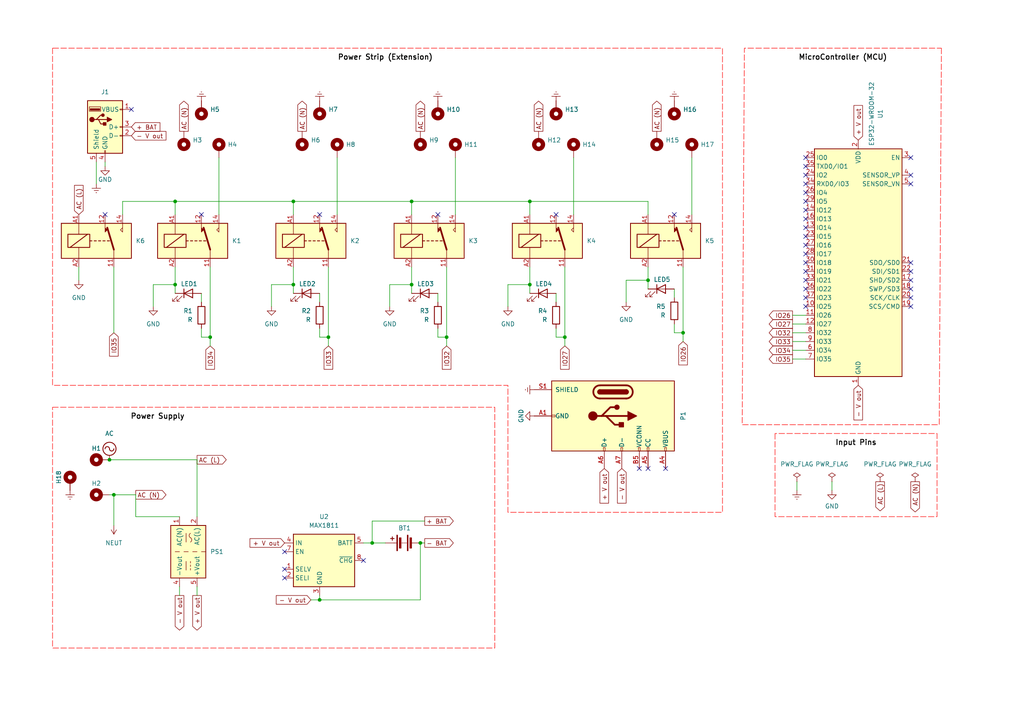
<source format=kicad_sch>
(kicad_sch (version 20250114) (generator "eeschema") (generator_version "9.0")
  (paper "A4")
  (title_block (title "Ephraim - Smart Extension") (date "2025-04-29") (rev "0.0.0"))
  (lib_symbols
    (symbol "Battery_Management:MAX1811"
      (property "Reference" "U" (at -7.62 8.89 0))
      (property "Value" "MAX1811" (at 10.16 8.89 0))
      (symbol "MAX1811_0_1"
        (rectangle (start -7.62 7.62) (end 10.16 -7.62) (stroke (width 0.254)) (fill (type background)))
      )
      (symbol "MAX1811_1_1"
        (pin power_in line (at -10.16 5.08 0) (length 2.54) (name "IN") (number "4"))
        (pin input line (at -10.16 2.54 0) (length 2.54) (name "EN") (number "7"))
        (pin input line (at -10.16 -2.54 0) (length 2.54) (name "SELV") (number "1"))
        (pin input line (at -10.16 -5.08 0) (length 2.54) (name "SELI") (number "2"))
        (pin power_in line (at 0 -10.16 90) (length 2.54) (name "GND") (number "3"))
        (pin passive line (at 0 -10.16 90) (length 2.54) (hide yes) (name "GND") (number "6"))
        (pin power_out line (at 12.7 5.08 180) (length 2.54) (name "BATT") (number "5"))
        (pin open_collector line (at 12.7 0 180) (length 2.54) (name "~{CHG}") (number "8"))
      )
    )
    (symbol "Connector:USB_A" (pin_names (offset 1.016))
      (property "Reference" "J" (at -5.08 11.43 0))
      (property "Value" "USB_A" (at -5.08 8.89 0))
      (symbol "USB_A_0_1"
        (rectangle (start -5.08 -7.62) (end 5.08 7.62) (stroke (width 0.254)) (fill (type background)))
        (circle (center -3.81 2.159) (radius 0.635) (stroke (width 0.254)) (fill (type outline)))
        (polyline (pts (xy -3.175 2.159) (xy -2.54 2.159) (xy -1.27 3.429) (xy -0.635 3.429)) (stroke (width 0.254)))
        (polyline (pts (xy -2.54 2.159) (xy -1.905 2.159) (xy -1.27 0.889) (xy 0 0.889)) (stroke (width 0.254)))
        (rectangle (start -1.524 4.826) (end -4.318 5.334) (fill (type outline)))
        (rectangle (start -1.27 4.572) (end -4.572 5.842))
        (circle (center -0.635 3.429) (radius 0.381) (stroke (width 0.254)) (fill (type outline)))
        (rectangle (start -0.127 -7.62) (end 0.127 -6.858))
        (rectangle (start 0.254 1.27) (end -0.508 0.508) (stroke (width 0.254)) (fill (type outline)))
        (polyline (pts (xy 0.635 2.794) (xy 0.635 1.524) (xy 1.905 2.159) (xy 0.635 2.794)) (stroke (width 0.254)) (fill (type outline)))
        (rectangle (start 5.08 4.953) (end 4.318 5.207))
        (rectangle (start 5.08 -0.127) (end 4.318 0.127))
        (rectangle (start 5.08 -2.667) (end 4.318 -2.413))
      )
      (symbol "USB_A_1_1"
        (polyline (pts (xy -1.905 2.159) (xy 0.635 2.159)) (stroke (width 0.254)))
        (pin passive line (at -2.54 -10.16 90) (length 2.54) (name "Shield") (number "5"))
        (pin power_in line (at 0 -10.16 90) (length 2.54) (name "GND") (number "4"))
        (pin power_in line (at 7.62 5.08 180) (length 2.54) (name "VBUS") (number "1"))
        (pin bidirectional line (at 7.62 0 180) (length 2.54) (name "D+") (number "3"))
        (pin bidirectional line (at 7.62 -2.54 180) (length 2.54) (name "D-") (number "2"))
      )
    )
    (symbol "Connector:USB_C_Plug_USB2.0" (pin_names (offset 1.016))
      (property "Reference" "P" (at -10.16 19.05 0))
      (property "Value" "USB_C_Plug_USB2.0" (at 12.7 19.05 0))
      (symbol "USB_C_Plug_USB2.0_0_0"
        (rectangle (start -0.254 -17.78) (end 0.254 -16.764))
        (rectangle (start 10.16 15.494) (end 9.144 14.986))
        (rectangle (start 10.16 10.414) (end 9.144 9.906))
        (rectangle (start 10.16 7.874) (end 9.144 7.366))
        (rectangle (start 10.16 2.794) (end 9.144 2.286))
        (rectangle (start 10.16 -2.286) (end 9.144 -2.794))
      )
      (symbol "USB_C_Plug_USB2.0_0_1"
        (rectangle (start -10.16 17.78) (end 10.16 -17.78) (stroke (width 0.254)) (fill (type background)))
        (polyline (pts (xy -8.89 -3.81) (xy -8.89 3.81)) (stroke (width 0.508)))
        (rectangle (start -7.62 -3.81) (end -6.35 3.81) (stroke (width 0.254)) (fill (type outline)))
        (arc (start -7.62 3.81) (mid -6.985 4.4423) (end -6.35 3.81) (stroke (width 0.254)))
        (arc (start -7.62 3.81) (mid -6.985 4.4423) (end -6.35 3.81) (stroke (width 0.254)) (fill (type outline)))
        (arc (start -8.89 3.81) (mid -6.985 5.7067) (end -5.08 3.81) (stroke (width 0.508)))
        (arc (start -5.08 -3.81) (mid -6.985 -5.7067) (end -8.89 -3.81) (stroke (width 0.508)))
        (arc (start -6.35 -3.81) (mid -6.985 -4.4423) (end -7.62 -3.81) (stroke (width 0.254)))
        (arc (start -6.35 -3.81) (mid -6.985 -4.4423) (end -7.62 -3.81) (stroke (width 0.254)) (fill (type outline)))
        (polyline (pts (xy -5.08 3.81) (xy -5.08 -3.81)) (stroke (width 0.508)))
        (circle (center -2.54 1.143) (radius 0.635) (stroke (width 0.254)) (fill (type outline)))
        (polyline (pts (xy -1.27 4.318) (xy 0 6.858) (xy 1.27 4.318) (xy -1.27 4.318)) (stroke (width 0.254)) (fill (type outline)))
        (polyline (pts (xy 0 -2.032) (xy 2.54 0.508) (xy 2.54 1.778)) (stroke (width 0.508)))
        (polyline (pts (xy 0 -3.302) (xy -2.54 -0.762) (xy -2.54 0.508)) (stroke (width 0.508)))
        (polyline (pts (xy 0 -5.842) (xy 0 4.318)) (stroke (width 0.508)))
        (circle (center 0 -5.842) (radius 1.27) (fill (type outline)))
        (rectangle (start 1.905 1.778) (end 3.175 3.048) (stroke (width 0.254)) (fill (type outline)))
      )
      (symbol "USB_C_Plug_USB2.0_1_1"
        (pin passive line (at -7.62 -22.86 90) (length 5.08) (name "SHIELD") (number "S1"))
        (pin passive line (at 0 -22.86 90) (length 5.08) (name "GND") (number "A1"))
        (pin passive line (at 0 -22.86 90) (length 5.08) (hide yes) (name "GND") (number "A12"))
        (pin passive line (at 0 -22.86 90) (length 5.08) (hide yes) (name "GND") (number "B1"))
        (pin passive line (at 0 -22.86 90) (length 5.08) (hide yes) (name "GND") (number "B12"))
        (pin passive line (at 15.24 15.24 180) (length 5.08) (name "VBUS") (number "A4"))
        (pin passive line (at 15.24 15.24 180) (length 5.08) (hide yes) (name "VBUS") (number "A9"))
        (pin passive line (at 15.24 15.24 180) (length 5.08) (hide yes) (name "VBUS") (number "B4"))
        (pin passive line (at 15.24 15.24 180) (length 5.08) (hide yes) (name "VBUS") (number "B9"))
        (pin bidirectional line (at 15.24 10.16 180) (length 5.08) (name "CC") (number "A5"))
        (pin bidirectional line (at 15.24 7.62 180) (length 5.08) (name "VCONN") (number "B5"))
        (pin bidirectional line (at 15.24 2.54 180) (length 5.08) (name "D-") (number "A7"))
        (pin bidirectional line (at 15.24 -2.54 180) (length 5.08) (name "D+") (number "A6"))
      )
    )
    (symbol "Converter_ACDC:RAC20-05SK"
      (property "Reference" "PS" (at 0 6.35 0))
      (property "Value" "RAC20-05SK" (at 0 -6.35 0))
      (symbol "RAC20-05SK_1_1"
        (rectangle (start -7.62 5.08) (end 7.62 -5.08) (stroke (width 0.254)) (fill (type background)))
        (polyline (pts (xy -5.334 -0.635) (xy -2.794 -0.635)))
        (arc (start -4.064 0.635) (mid -4.699 0.2495) (end -5.334 0.635))
        (arc (start -4.064 0.635) (mid -3.429 1.0072) (end -2.794 0.635))
        (polyline (pts (xy 0 5.08) (xy 0 3.81)))
        (polyline (pts (xy 0 2.54) (xy 0 1.27)))
        (polyline (pts (xy 0 0) (xy 0 -1.27)))
        (polyline (pts (xy 0 -2.54) (xy 0 -3.81)))
        (polyline (pts (xy 2.794 0.635) (xy 3.302 0.635)))
        (polyline (pts (xy 2.794 -0.635) (xy 5.334 -0.635)))
        (polyline (pts (xy 3.81 0.635) (xy 4.318 0.635)))
        (polyline (pts (xy 4.826 0.635) (xy 5.334 0.635)))
        (pin power_in line (at -10.16 2.54 0) (length 2.54) (name "AC(L)") (number "2"))
        (pin power_in line (at -10.16 -2.54 0) (length 2.54) (name "AC(N)") (number "1"))
        (pin power_out line (at 10.16 2.54 180) (length 2.54) (name "+Vout") (number "5"))
        (pin power_out line (at 10.16 -2.54 180) (length 2.54) (name "-Vout") (number "4"))
      )
    )
    (symbol "Device:Battery" (pin_numbers (hide yes)) (pin_names (offset 0) (hide yes))
      (property "Reference" "BT" (at 2.54 2.54 0))
      (property "Value" "Battery" (at 2.54 0 0))
      (symbol "Battery_0_1"
        (rectangle (start -2.286 1.778) (end 2.286 1.524) (fill (type outline)))
        (rectangle (start -2.286 -1.27) (end 2.286 -1.524) (fill (type outline)))
        (rectangle (start -1.524 1.016) (end 1.524 0.508) (fill (type outline)))
        (rectangle (start -1.524 -2.032) (end 1.524 -2.54) (fill (type outline)))
        (polyline (pts (xy 0 1.778) (xy 0 2.54)))
        (polyline (pts (xy 0 0) (xy 0 0.254)))
        (polyline (pts (xy 0 -0.508) (xy 0 -0.254)))
        (polyline (pts (xy 0 -1.016) (xy 0 -0.762)))
        (polyline (pts (xy 0.762 3.048) (xy 1.778 3.048)) (stroke (width 0.254)))
        (polyline (pts (xy 1.27 3.556) (xy 1.27 2.54)) (stroke (width 0.254)))
      )
      (symbol "Battery_1_1"
        (pin passive line (at 0 5.08 270) (length 2.54) (name "+") (number "1"))
        (pin passive line (at 0 -5.08 90) (length 2.54) (name "-") (number "2"))
      )
    )
    (symbol "Device:LED" (pin_numbers (hide yes)) (pin_names (offset 1.016) (hide yes))
      (property "Reference" "D" (at 0 2.54 0))
      (property "Value" "LED" (at 0 -2.54 0))
      (symbol "LED_0_1"
        (polyline (pts (xy -3.048 -0.762) (xy -4.572 -2.286) (xy -3.81 -2.286) (xy -4.572 -2.286) (xy -4.572 -1.524)))
        (polyline (pts (xy -1.778 -0.762) (xy -3.302 -2.286) (xy -2.54 -2.286) (xy -3.302 -2.286) (xy -3.302 -1.524)))
        (polyline (pts (xy -1.27 0) (xy 1.27 0)))
        (polyline (pts (xy -1.27 -1.27) (xy -1.27 1.27)) (stroke (width 0.254)))
        (polyline (pts (xy 1.27 -1.27) (xy 1.27 1.27) (xy -1.27 0) (xy 1.27 -1.27)) (stroke (width 0.254)))
      )
      (symbol "LED_1_1"
        (pin passive line (at -3.81 0 0) (length 2.54) (name "K") (number "1"))
        (pin passive line (at 3.81 0 180) (length 2.54) (name "A") (number "2"))
      )
    )
    (symbol "Device:R" (pin_numbers (hide yes)) (pin_names (offset 0))
      (property "Reference" "R" (at 2.032 0 90))
      (property "Value" "R" (at 0 0 90))
      (symbol "R_0_1"
        (rectangle (start -1.016 -2.54) (end 1.016 2.54) (stroke (width 0.254)))
      )
      (symbol "R_1_1"
        (pin passive line (at 0 3.81 270) (length 1.27) (name "~") (number "1"))
        (pin passive line (at 0 -3.81 90) (length 1.27) (name "~") (number "2"))
      )
    )
    (symbol "Mechanical:MountingHole_Pad" (pin_numbers (hide yes)) (pin_names (offset 1.016) (hide yes))
      (property "Reference" "H" (at 0 6.35 0))
      (property "Value" "MountingHole_Pad" (at 0 4.445 0))
      (symbol "MountingHole_Pad_0_1"
        (circle (center 0 1.27) (radius 1.27) (stroke (width 1.27)))
      )
      (symbol "MountingHole_Pad_1_1"
        (pin input line (at 0 -2.54 90) (length 2.54) (name "1") (number "1"))
      )
    )
    (symbol "RF_Module:ESP32-WROOM-32"
      (property "Reference" "U" (at -12.7 34.29 0))
      (property "Value" "ESP32-WROOM-32" (at 1.27 34.29 0))
      (symbol "ESP32-WROOM-32_0_1"
        (rectangle (start -12.7 33.02) (end 12.7 -33.02) (stroke (width 0.254)) (fill (type background)))
      )
      (symbol "ESP32-WROOM-32_1_1"
        (pin input line (at -15.24 30.48 0) (length 2.54) (name "EN") (number "3"))
        (pin input line (at -15.24 25.4 0) (length 2.54) (name "SENSOR_VP") (number "4"))
        (pin input line (at -15.24 22.86 0) (length 2.54) (name "SENSOR_VN") (number "5"))
        (pin bidirectional line (at -15.24 0 0) (length 2.54) (name "SDO/SD0") (number "21"))
        (pin bidirectional line (at -15.24 -2.54 0) (length 2.54) (name "SDI/SD1") (number "22"))
        (pin bidirectional line (at -15.24 -5.08 0) (length 2.54) (name "SHD/SD2") (number "17"))
        (pin bidirectional line (at -15.24 -7.62 0) (length 2.54) (name "SWP/SD3") (number "18"))
        (pin bidirectional line (at -15.24 -10.16 0) (length 2.54) (name "SCK/CLK") (number "20"))
        (pin bidirectional line (at -15.24 -12.7 0) (length 2.54) (name "SCS/CMD") (number "19"))
        (pin no_connect line (at -12.7 -27.94 0) (length 2.54) (hide yes) (name "NC") (number "32"))
        (pin power_in line (at 0 35.56 270) (length 2.54) (name "VDD") (number "2"))
        (pin power_in line (at 0 -35.56 90) (length 2.54) (name "GND") (number "1"))
        (pin passive line (at 0 -35.56 90) (length 2.54) (hide yes) (name "GND") (number "15"))
        (pin passive line (at 0 -35.56 90) (length 2.54) (hide yes) (name "GND") (number "38"))
        (pin passive line (at 0 -35.56 90) (length 2.54) (hide yes) (name "GND") (number "39"))
        (pin bidirectional line (at 15.24 30.48 180) (length 2.54) (name "IO0") (number "25"))
        (pin bidirectional line (at 15.24 27.94 180) (length 2.54) (name "TXD0/IO1") (number "35"))
        (pin bidirectional line (at 15.24 25.4 180) (length 2.54) (name "IO2") (number "24"))
        (pin bidirectional line (at 15.24 22.86 180) (length 2.54) (name "RXD0/IO3") (number "34"))
        (pin bidirectional line (at 15.24 20.32 180) (length 2.54) (name "IO4") (number "26"))
        (pin bidirectional line (at 15.24 17.78 180) (length 2.54) (name "IO5") (number "29"))
        (pin bidirectional line (at 15.24 15.24 180) (length 2.54) (name "IO12") (number "14"))
        (pin bidirectional line (at 15.24 12.7 180) (length 2.54) (name "IO13") (number "16"))
        (pin bidirectional line (at 15.24 10.16 180) (length 2.54) (name "IO14") (number "13"))
        (pin bidirectional line (at 15.24 7.62 180) (length 2.54) (name "IO15") (number "23"))
        (pin bidirectional line (at 15.24 5.08 180) (length 2.54) (name "IO16") (number "27"))
        (pin bidirectional line (at 15.24 2.54 180) (length 2.54) (name "IO17") (number "28"))
        (pin bidirectional line (at 15.24 0 180) (length 2.54) (name "IO18") (number "30"))
        (pin bidirectional line (at 15.24 -2.54 180) (length 2.54) (name "IO19") (number "31"))
        (pin bidirectional line (at 15.24 -5.08 180) (length 2.54) (name "IO21") (number "33"))
        (pin bidirectional line (at 15.24 -7.62 180) (length 2.54) (name "IO22") (number "36"))
        (pin bidirectional line (at 15.24 -10.16 180) (length 2.54) (name "IO23") (number "37"))
        (pin bidirectional line (at 15.24 -12.7 180) (length 2.54) (name "IO25") (number "10"))
        (pin bidirectional line (at 15.24 -15.24 180) (length 2.54) (name "IO26") (number "11"))
        (pin bidirectional line (at 15.24 -17.78 180) (length 2.54) (name "IO27") (number "12"))
        (pin bidirectional line (at 15.24 -20.32 180) (length 2.54) (name "IO32") (number "8"))
        (pin bidirectional line (at 15.24 -22.86 180) (length 2.54) (name "IO33") (number "9"))
        (pin input line (at 15.24 -25.4 180) (length 2.54) (name "IO34") (number "6"))
        (pin input line (at 15.24 -27.94 180) (length 2.54) (name "IO35") (number "7"))
      )
    )
    (symbol "Relay:Relay_SPDT"
      (property "Reference" "K" (at 11.43 3.81 0))
      (property "Value" "Relay_SPDT" (at 11.43 1.27 0))
      (symbol "Relay_SPDT_0_0"
        (polyline (pts (xy 7.62 5.08) (xy 7.62 2.54) (xy 6.985 3.175) (xy 7.62 3.81)))
      )
      (symbol "Relay_SPDT_0_1"
        (rectangle (start -10.16 5.08) (end 10.16 -5.08) (stroke (width 0.254)) (fill (type background)))
        (rectangle (start -8.255 1.905) (end -1.905 -1.905) (stroke (width 0.254)))
        (polyline (pts (xy -7.62 -1.905) (xy -2.54 1.905)) (stroke (width 0.254)))
        (polyline (pts (xy -5.08 5.08) (xy -5.08 1.905)))
        (polyline (pts (xy -5.08 -5.08) (xy -5.08 -1.905)))
        (polyline (pts (xy -1.905 0) (xy -1.27 0)) (stroke (width 0.254)))
        (polyline (pts (xy -0.635 0) (xy 0 0)) (stroke (width 0.254)))
        (polyline (pts (xy 0.635 0) (xy 1.27 0)) (stroke (width 0.254)))
        (polyline (pts (xy 1.905 0) (xy 2.54 0)) (stroke (width 0.254)))
        (polyline (pts (xy 2.54 5.08) (xy 2.54 2.54) (xy 3.175 3.175) (xy 2.54 3.81)) (fill (type outline)))
        (polyline (pts (xy 3.175 0) (xy 3.81 0)) (stroke (width 0.254)))
        (polyline (pts (xy 5.08 -2.54) (xy 3.175 3.81)) (stroke (width 0.508)))
        (polyline (pts (xy 5.08 -2.54) (xy 5.08 -5.08)))
      )
      (symbol "Relay_SPDT_1_1"
        (pin passive line (at -5.08 7.62 270) (length 2.54) (name "~") (number "A1"))
        (pin passive line (at -5.08 -7.62 90) (length 2.54) (name "~") (number "A2"))
        (pin passive line (at 2.54 7.62 270) (length 2.54) (name "~") (number "12"))
        (pin passive line (at 5.08 -7.62 90) (length 2.54) (name "~") (number "11"))
        (pin passive line (at 7.62 7.62 270) (length 2.54) (name "~") (number "14"))
      )
    )
    (symbol "power:AC" (power) (pin_names (offset 0))
      (property "Value" "AC" (at 0 6.35 0))
      (symbol "AC_0_1"
        (arc (start -1.27 3.175) (mid -0.635 3.8073) (end 0 3.175) (stroke (width 0.254)))
        (circle (center 0 3.175) (radius 1.905) (stroke (width 0.254)))
        (polyline (pts (xy 0 0) (xy 0 1.27)))
        (arc (start 1.27 3.175) (mid 0.635 2.5427) (end 0 3.175) (stroke (width 0.254)))
      )
      (symbol "AC_1_1"
        (pin power_in line (at 0 0 90) (length 0) (hide yes) (name "AC") (number "1"))
      )
    )
    (symbol "power:Earth" (power) (pin_names (offset 0))
      (symbol "Earth_0_1"
        (polyline (pts (xy -0.635 -1.905) (xy 0.635 -1.905)))
        (polyline (pts (xy -0.127 -2.54) (xy 0.127 -2.54)))
        (polyline (pts (xy 0 -1.27) (xy 0 0)))
        (polyline (pts (xy 1.27 -1.27) (xy -1.27 -1.27)))
      )
      (symbol "Earth_1_1"
        (pin power_in line (at 0 0 270) (length 0) (hide yes) (name "Earth") (number "1"))
      )
    )
    (symbol "power:GND" (power) (pin_names (offset 0))
      (property "Value" "GND" (at 0 -3.81 0))
      (symbol "GND_0_1"
        (polyline (pts (xy 0 0) (xy 0 -1.27) (xy 1.27 -1.27) (xy 0 -2.54) (xy -1.27 -1.27) (xy 0 -1.27)))
      )
      (symbol "GND_1_1"
        (pin power_in line (at 0 0 270) (length 0) (hide yes) (name "GND") (number "1"))
      )
    )
    (symbol "power:NEUT" (power) (pin_names (offset 0))
      (property "Value" "NEUT" (at 0 3.81 0))
      (symbol "NEUT_0_1"
        (polyline (pts (xy -0.762 1.27) (xy 0 2.54)))
        (polyline (pts (xy 0 2.54) (xy 0.762 1.27)))
        (polyline (pts (xy 0 0) (xy 0 2.54)))
      )
      (symbol "NEUT_1_1"
        (pin power_in line (at 0 0 90) (length 0) (hide yes) (name "NEUT") (number "1"))
      )
    )
    (symbol "power:PWR_FLAG" (power) (pin_numbers (hide yes)) (pin_names (offset 0) (hide yes))
      (property "Value" "PWR_FLAG" (at 0 3.81 0))
      (symbol "PWR_FLAG_0_0"
        (pin power_out line (at 0 0 90) (length 0) (name "pwr") (number "1"))
      )
      (symbol "PWR_FLAG_0_1"
        (polyline (pts (xy 0 0) (xy 0 1.27) (xy -1.016 1.905) (xy 0 2.54) (xy 1.016 1.905) (xy 0 1.27)))
      )
    )
  )
  (text_box "Input Pins" (at 224.79 125.73 0) (size 46.99 5.08) (margins 0.9525 0.9525 0.9525 0.9525) (stroke (width -0.0001)) (effects (font (size 1.524 1.524) (thickness 0.254) (bold yes))))
  (text_box "MicroController (MCU)" (at 215.9 13.97 0) (size 57.15 5.08) (margins 0.9525 0.9525 0.9525 0.9525) (stroke (width -0.0001)) (effects (font (size 1.524 1.524) (thickness 0.254) (bold yes))))
  (text_box "Power Strip (Extension)" (at 13.97 13.97 0) (size 195.58 5.08) (margins 0.9525 0.9525 0.9525 0.9525) (stroke (width -0.0001)) (effects (font (size 1.524 1.524) (thickness 0.254) (bold yes))))
  (text_box "Power Supply" (at 15.24 118.11 0) (size 60.96 5.08) (margins 0.9525 0.9525 0.9525 0.9525) (stroke (width -0.0001)) (effects (font (size 1.524 1.524) (thickness 0.254) (bold yes))))
  (junction (at 95.25 97.79))
  (junction (at 153.67 82.55))
  (junction (at 50.8 82.55))
  (junction (at 33.02 143.51))
  (junction (at 92.71 173.99))
  (junction (at 198.12 96.52))
  (junction (at 119.38 82.55))
  (junction (at 187.96 81.28))
  (junction (at 129.54 97.79))
  (junction (at 153.67 58.42))
  (junction (at 121.92 157.48))
  (junction (at 163.83 97.79))
  (junction (at 85.09 58.42))
  (junction (at 60.96 97.79))
  (junction (at 31.75 133.35))
  (junction (at 107.95 157.48))
  (junction (at 85.09 82.55))
  (junction (at 50.8 58.42))
  (junction (at 119.38 58.42))
  (no_connect (at 264.16 83.82))
  (no_connect (at 264.16 53.34))
  (no_connect (at 161.29 62.23))
  (no_connect (at 264.16 45.72))
  (no_connect (at 233.68 76.2))
  (no_connect (at 233.68 60.96))
  (no_connect (at 92.71 62.23))
  (no_connect (at 185.42 135.89))
  (no_connect (at 264.16 76.2))
  (no_connect (at 233.68 53.34))
  (no_connect (at 264.16 86.36))
  (no_connect (at 233.68 81.28))
  (no_connect (at 264.16 88.9))
  (no_connect (at 82.55 165.1))
  (no_connect (at 264.16 78.74))
  (no_connect (at 233.68 83.82))
  (no_connect (at 233.68 78.74))
  (no_connect (at 233.68 68.58))
  (no_connect (at 264.16 50.8))
  (no_connect (at 187.96 135.89))
  (no_connect (at 264.16 81.28))
  (no_connect (at 233.68 45.72))
  (no_connect (at 233.68 86.36))
  (no_connect (at 30.48 62.23))
  (no_connect (at 233.68 71.12))
  (no_connect (at 38.1 31.75))
  (no_connect (at 82.55 160.02))
  (no_connect (at 105.41 162.56))
  (no_connect (at 195.58 62.23))
  (no_connect (at 233.68 73.66))
  (no_connect (at 233.68 55.88))
  (no_connect (at 58.42 62.23))
  (no_connect (at 233.68 58.42))
  (no_connect (at 233.68 66.04))
  (no_connect (at 193.04 135.89))
  (no_connect (at 233.68 63.5))
  (no_connect (at 127 62.23))
  (no_connect (at 233.68 88.9))
  (no_connect (at 233.68 50.8))
  (no_connect (at 233.68 48.26))
  (no_connect (at 82.55 167.64))
  (wire (pts (xy 119.38 62.23) (xy 119.38 58.42)))
  (wire (pts (xy 127 87.63) (xy 127 85.09)))
  (wire (pts (xy 90.17 173.99) (xy 92.71 173.99)))
  (wire (pts (xy 63.5 45.72) (xy 63.5 62.23)))
  (wire (pts (xy 22.86 81.28) (xy 22.86 77.47)))
  (wire (pts (xy 27.94 53.34) (xy 27.94 46.99)))
  (wire (pts (xy 198.12 99.06) (xy 198.12 96.52)))
  (wire (pts (xy 195.58 93.98) (xy 195.58 96.52)))
  (wire (pts (xy 92.71 87.63) (xy 92.71 85.09)))
  (wire (pts (xy 58.42 87.63) (xy 58.42 85.09)))
  (wire (pts (xy 58.42 95.25) (xy 58.42 97.79)))
  (wire (pts (xy 132.08 45.72) (xy 132.08 62.23)))
  (wire (pts (xy 187.96 58.42) (xy 153.67 58.42)))
  (wire (pts (xy 78.74 88.9) (xy 78.74 82.55)))
  (wire (pts (xy 92.71 95.25) (xy 92.71 97.79)))
  (wire (pts (xy 58.42 97.79) (xy 60.96 97.79)))
  (wire (pts (xy 92.71 97.79) (xy 95.25 97.79)))
  (wire (pts (xy 39.37 143.51) (xy 39.37 149.86)))
  (wire (pts (xy 78.74 82.55) (xy 85.09 82.55)))
  (wire (pts (xy 50.8 58.42) (xy 50.8 62.23)))
  (wire (pts (xy 147.32 82.55) (xy 153.67 82.55)))
  (wire (pts (xy 241.3 142.24) (xy 241.3 139.7)))
  (wire (pts (xy 85.09 85.09) (xy 85.09 82.55)))
  (wire (pts (xy 50.8 85.09) (xy 50.8 82.55)))
  (wire (pts (xy 163.83 100.33) (xy 163.83 97.79)))
  (wire (pts (xy 33.02 152.4) (xy 33.02 143.51)))
  (wire (pts (xy 44.45 88.9) (xy 44.45 82.55)))
  (wire (pts (xy 200.66 45.72) (xy 200.66 62.23)))
  (wire (pts (xy 153.67 77.47) (xy 153.67 82.55)))
  (wire (pts (xy 97.79 45.72) (xy 97.79 62.23)))
  (wire (pts (xy 33.02 96.52) (xy 33.02 77.47)))
  (wire (pts (xy 57.15 133.35) (xy 57.15 149.86)))
  (wire (pts (xy 95.25 97.79) (xy 95.25 77.47)))
  (wire (pts (xy 161.29 97.79) (xy 163.83 97.79)))
  (wire (pts (xy 119.38 58.42) (xy 85.09 58.42)))
  (wire (pts (xy 121.92 157.48) (xy 123.19 157.48)))
  (wire (pts (xy 233.68 101.6) (xy 229.87 101.6)))
  (wire (pts (xy 233.68 104.14) (xy 229.87 104.14)))
  (wire (pts (xy 31.75 133.35) (xy 57.15 133.35)))
  (wire (pts (xy 121.92 173.99) (xy 92.71 173.99)))
  (wire (pts (xy 85.09 58.42) (xy 50.8 58.42)))
  (wire (pts (xy 113.03 82.55) (xy 119.38 82.55)))
  (wire (pts (xy 163.83 97.79) (xy 163.83 77.47)))
  (wire (pts (xy 107.95 151.13) (xy 107.95 157.48)))
  (wire (pts (xy 107.95 157.48) (xy 111.76 157.48)))
  (wire (pts (xy 52.07 170.18) (xy 52.07 172.72)))
  (wire (pts (xy 92.71 173.99) (xy 92.71 172.72)))
  (wire (pts (xy 153.67 58.42) (xy 119.38 58.42)))
  (wire (pts (xy 39.37 149.86) (xy 52.07 149.86)))
  (wire (pts (xy 30.48 48.26) (xy 30.48 46.99)))
  (wire (pts (xy 85.09 77.47) (xy 85.09 82.55)))
  (wire (pts (xy 113.03 88.9) (xy 113.03 82.55)))
  (wire (pts (xy 233.68 93.98) (xy 229.87 93.98)))
  (wire (pts (xy 153.67 85.09) (xy 153.67 82.55)))
  (wire (pts (xy 35.56 58.42) (xy 50.8 58.42)))
  (wire (pts (xy 39.37 143.51) (xy 33.02 143.51)))
  (wire (pts (xy 161.29 95.25) (xy 161.29 97.79)))
  (wire (pts (xy 233.68 91.44) (xy 229.87 91.44)))
  (wire (pts (xy 60.96 100.33) (xy 60.96 97.79)))
  (wire (pts (xy 233.68 99.06) (xy 229.87 99.06)))
  (wire (pts (xy 198.12 96.52) (xy 198.12 77.47)))
  (wire (pts (xy 121.92 157.48) (xy 121.92 173.99)))
  (wire (pts (xy 57.15 170.18) (xy 57.15 172.72)))
  (wire (pts (xy 153.67 62.23) (xy 153.67 58.42)))
  (wire (pts (xy 119.38 77.47) (xy 119.38 82.55)))
  (wire (pts (xy 44.45 82.55) (xy 50.8 82.55)))
  (wire (pts (xy 187.96 77.47) (xy 187.96 81.28)))
  (wire (pts (xy 50.8 82.55) (xy 50.8 77.47)))
  (wire (pts (xy 129.54 100.33) (xy 129.54 97.79)))
  (wire (pts (xy 105.41 157.48) (xy 107.95 157.48)))
  (wire (pts (xy 95.25 100.33) (xy 95.25 97.79)))
  (wire (pts (xy 147.32 88.9) (xy 147.32 82.55)))
  (wire (pts (xy 33.02 143.51) (xy 31.75 143.51)))
  (wire (pts (xy 195.58 96.52) (xy 198.12 96.52)))
  (wire (pts (xy 187.96 83.82) (xy 187.96 81.28)))
  (wire (pts (xy 187.96 62.23) (xy 187.96 58.42)))
  (wire (pts (xy 127 95.25) (xy 127 97.79)))
  (wire (pts (xy 35.56 58.42) (xy 35.56 62.23)))
  (wire (pts (xy 85.09 62.23) (xy 85.09 58.42)))
  (wire (pts (xy 123.19 151.13) (xy 107.95 151.13)))
  (wire (pts (xy 181.61 87.63) (xy 181.61 81.28)))
  (wire (pts (xy 166.37 45.72) (xy 166.37 62.23)))
  (wire (pts (xy 119.38 85.09) (xy 119.38 82.55)))
  (wire (pts (xy 195.58 86.36) (xy 195.58 83.82)))
  (wire (pts (xy 181.61 81.28) (xy 187.96 81.28)))
  (wire (pts (xy 60.96 97.79) (xy 60.96 77.47)))
  (wire (pts (xy 129.54 97.79) (xy 129.54 77.47)))
  (wire (pts (xy 161.29 87.63) (xy 161.29 85.09)))
  (wire (pts (xy 231.14 142.24) (xy 231.14 139.7)))
  (wire (pts (xy 233.68 96.52) (xy 229.87 96.52)))
  (wire (pts (xy 127 97.79) (xy 129.54 97.79)))
  (global_label "AC (N)" (shape output) (at 156.21 38.1 90) (property "Intersheetrefs" "${INTERSHEET_REFS}" (effects (hide yes))))
  (global_label "IO34" (shape input) (at 60.96 100.33 270) (property "Intersheetrefs" "${INTERSHEET_REFS}" (effects (hide yes))))
  (global_label "+ V out" (shape input) (at 248.92 40.64 90) (property "Intersheetrefs" "${INTERSHEET_REFS}" (effects (hide yes))))
  (global_label "IO26" (shape input) (at 198.12 99.06 270) (property "Intersheetrefs" "${INTERSHEET_REFS}" (effects (hide yes))))
  (global_label "IO32" (shape output) (at 229.87 96.52 180) (property "Intersheetrefs" "${INTERSHEET_REFS}" (effects (hide yes))))
  (global_label "IO35" (shape output) (at 229.87 104.14 180) (property "Intersheetrefs" "${INTERSHEET_REFS}" (effects (hide yes))))
  (global_label "IO32" (shape input) (at 129.54 100.33 270) (property "Intersheetrefs" "${INTERSHEET_REFS}" (effects (hide yes))))
  (global_label "AC (N)" (shape output) (at 190.5 38.1 90) (property "Intersheetrefs" "${INTERSHEET_REFS}" (effects (hide yes))))
  (global_label "AC (L)" (shape output) (at 57.15 133.35 0) (property "Intersheetrefs" "${INTERSHEET_REFS}" (effects (hide yes))))
  (global_label "AC (N)" (shape output) (at 121.92 38.1 90) (property "Intersheetrefs" "${INTERSHEET_REFS}" (effects (hide yes))))
  (global_label "AC (N)" (shape output) (at 87.63 38.1 90) (property "Intersheetrefs" "${INTERSHEET_REFS}" (effects (hide yes))))
  (global_label "+ V out" (shape output) (at 57.15 172.72 270) (property "Intersheetrefs" "${INTERSHEET_REFS}" (effects (hide yes))))
  (global_label "- V out" (shape input) (at 38.1 39.37 0) (property "Intersheetrefs" "${INTERSHEET_REFS}" (effects (hide yes))))
  (global_label "AC (N)" (shape output) (at 39.37 143.51 0) (property "Intersheetrefs" "${INTERSHEET_REFS}" (effects (hide yes))))
  (global_label "AC (N)" (shape output) (at 265.43 139.7 270) (property "Intersheetrefs" "${INTERSHEET_REFS}" (effects (hide yes))))
  (global_label "- V out" (shape input) (at 90.17 173.99 180) (property "Intersheetrefs" "${INTERSHEET_REFS}" (effects (hide yes))))
  (global_label "AC (N)" (shape output) (at 53.34 38.1 90) (property "Intersheetrefs" "${INTERSHEET_REFS}" (effects (hide yes))))
  (global_label "+ BAT" (shape input) (at 38.1 36.83 0) (property "Intersheetrefs" "${INTERSHEET_REFS}" (effects (hide yes))))
  (global_label "- V out" (shape input) (at 248.92 111.76 270) (property "Intersheetrefs" "${INTERSHEET_REFS}" (effects (hide yes))))
  (global_label "- V out" (shape input) (at 180.34 135.89 270) (property "Intersheetrefs" "${INTERSHEET_REFS}" (effects (hide yes))))
  (global_label "AC (L)" (shape output) (at 255.27 139.7 270) (property "Intersheetrefs" "${INTERSHEET_REFS}" (effects (hide yes))))
  (global_label "+ BAT" (shape output) (at 123.19 151.13 0) (property "Intersheetrefs" "${INTERSHEET_REFS}" (effects (hide yes))))
  (global_label "IO33" (shape input) (at 95.25 100.33 270) (property "Intersheetrefs" "${INTERSHEET_REFS}" (effects (hide yes))))
  (global_label "+ V out" (shape input) (at 82.55 157.48 180) (property "Intersheetrefs" "${INTERSHEET_REFS}" (effects (hide yes))))
  (global_label "+ V out" (shape input) (at 175.26 135.89 270) (property "Intersheetrefs" "${INTERSHEET_REFS}" (effects (hide yes))))
  (global_label "IO27" (shape input) (at 163.83 100.33 270) (property "Intersheetrefs" "${INTERSHEET_REFS}" (effects (hide yes))))
  (global_label "IO27" (shape output) (at 229.87 93.98 180) (property "Intersheetrefs" "${INTERSHEET_REFS}" (effects (hide yes))))
  (global_label "- V out" (shape output) (at 52.07 172.72 270) (property "Intersheetrefs" "${INTERSHEET_REFS}" (effects (hide yes))))
  (global_label "IO33" (shape output) (at 229.87 99.06 180) (property "Intersheetrefs" "${INTERSHEET_REFS}" (effects (hide yes))))
  (global_label "- BAT" (shape output) (at 123.19 157.48 0) (property "Intersheetrefs" "${INTERSHEET_REFS}" (effects (hide yes))))
  (global_label "IO35" (shape input) (at 33.02 96.52 270) (property "Intersheetrefs" "${INTERSHEET_REFS}" (effects (hide yes))))
  (global_label "IO34" (shape output) (at 229.87 101.6 180) (property "Intersheetrefs" "${INTERSHEET_REFS}" (effects (hide yes))))
  (global_label "AC (L)" (shape input) (at 22.86 62.23 90) (property "Intersheetrefs" "${INTERSHEET_REFS}" (effects (hide yes))))
  (global_label "IO26" (shape output) (at 229.87 91.44 180) (property "Intersheetrefs" "${INTERSHEET_REFS}" (effects (hide yes))))
  (rule_area (polyline (pts (xy 15.24 118.11) (xy 143.51 118.11) (xy 143.51 187.96) (xy 15.24 187.96)) (stroke (width 0) (type dash))))
  (rule_area (polyline (pts (xy 224.79 125.73) (xy 224.79 149.86) (xy 271.78 149.86) (xy 271.78 125.73)) (stroke (width 0) (type dash))))
  (rule_area (polyline (pts (xy 273.05 13.97) (xy 272.415 123.19) (xy 215.265 123.19) (xy 215.9 13.97)) (stroke (width 0) (type dash))))
  (rule_area (polyline (pts (xy 15.24 13.97) (xy 15.24 111.76) (xy 147.32 111.76) (xy 147.32 148.59) (xy 208.28 148.59) (xy 209.55 148.59) (xy 209.55 13.97) (xy 93.98 13.97) (xy 92.075 13.97) (xy 90.805 13.97) (xy 90.17 13.97)) (stroke (width 0) (type dash))))
  (symbol (lib_id "Mechanical:MountingHole_Pad") (at 161.29 31.75 180) (unit 1)
    (property "Reference" "H13" (at 163.83 31.7499 0) (effects (justify right)))
    (property "Value" "MountingHole_Pad" (effects (hide yes)))
    (property "Footprint" "MountingHole:MountingHole_2.2mm_M2_DIN965_Pad" (effects (hide yes)))
    (property "Description" "Mounting Hole with connection" (effects (hide yes)))
  )
  (symbol (lib_id "power:PWR_FLAG") (at 255.27 139.7 0) (unit 1)
    (property "Reference" "#FLG04" (effects (hide yes)))
    (property "Value" "PWR_FLAG" (at 255.27 134.62 0))
    (property "Description" "Special symbol for telling ERC where power comes from" (effects (hide yes)))
  )
  (symbol (lib_id "Mechanical:MountingHole_Pad") (at 29.21 133.35 90) (unit 1)
    (property "Reference" "H1" (at 27.94 130.048 90))
    (property "Value" "MountingHole_Pad" (effects (hide yes)))
    (property "Footprint" "MountingHole:MountingHole_2.2mm_M2_DIN965_Pad" (effects (hide yes)))
    (property "Description" "Mounting Hole with connection" (effects (hide yes)))
  )
  (symbol (lib_id "Device:LED") (at 123.19 85.09 0) (unit 1)
    (property "Reference" "LED3" (at 123.444 83.058 0) (effects (justify bottom)))
    (property "Value" "LED" (effects (hide yes)))
    (property "Footprint" "LED_THT:LED_D4.0mm" (effects (hide yes)))
    (property "Description" "Light emitting diode" (effects (hide yes)))
  )
  (symbol (lib_id "Device:Battery") (at 116.84 157.48 90) (unit 1)
    (property "Reference" "BT1" (at 117.348 153.162 90))
    (property "Value" "Battery" (effects (hide yes)))
    (property "Footprint" "Battery:BatteryHolder_Keystone_2462_2xAA" (effects (hide yes)))
    (property "Description" "Multiple-cell battery" (effects (hide yes)))
  )
  (symbol (lib_id "Mechanical:MountingHole_Pad") (at 166.37 43.18 0) (unit 1)
    (property "Reference" "H14" (at 168.91 41.9099 0) (effects (justify left)))
    (property "Value" "MountingHole_Pad" (effects (hide yes)))
    (property "Footprint" "MountingHole:MountingHole_2.2mm_M2_DIN965_Pad" (effects (hide yes)))
    (property "Description" "Mounting Hole with connection" (effects (hide yes)))
  )
  (symbol (lib_id "Mechanical:MountingHole_Pad") (at 97.79 43.18 0) (unit 1)
    (property "Reference" "H8" (at 100.33 41.9099 0) (effects (justify left)))
    (property "Value" "MountingHole_Pad" (effects (hide yes)))
    (property "Footprint" "MountingHole:MountingHole_2.2mm_M2_DIN965_Pad" (effects (hide yes)))
    (property "Description" "Mounting Hole with connection" (effects (hide yes)))
  )
  (symbol (lib_id "power:PWR_FLAG") (at 241.3 139.7 0) (unit 1)
    (property "Reference" "#FLG02" (effects (hide yes)))
    (property "Value" "PWR_FLAG" (at 241.3 134.62 0))
    (property "Description" "Special symbol for telling ERC where power comes from" (effects (hide yes)))
  )
  (symbol (lib_id "power:PWR_FLAG") (at 231.14 139.7 0) (unit 1)
    (property "Reference" "#FLG01" (effects (hide yes)))
    (property "Value" "PWR_FLAG" (at 231.14 134.62 0))
    (property "Description" "Special symbol for telling ERC where power comes from" (effects (hide yes)))
  )
  (symbol (lib_id "Device:R") (at 127 91.44 0) (mirror y) (unit 1)
    (property "Reference" "R3" (at 124.46 90.1699 0) (effects (justify left)))
    (property "Value" "R" (at 124.46 92.7099 0) (effects (justify left)))
    (property "Footprint" "OptoDevice:R_LDR_4.9x4.2mm_P2.54mm_Vertical" (effects (hide yes)))
    (property "Description" "Resistor" (effects (hide yes)))
  )
  (symbol (lib_id "power:Earth") (at 20.32 142.24 0) (unit 1)
    (property "Reference" "#PWR01" (effects (hide yes)))
    (property "Value" "Earth" (effects (hide yes)))
    (property "Description" "Power symbol creates a global label with name \"Earth\"" (effects (hide yes)))
  )
  (symbol (lib_id "Mechanical:MountingHole_Pad") (at 58.42 31.75 180) (unit 1)
    (property "Reference" "H5" (at 60.96 31.7499 0) (effects (justify right)))
    (property "Value" "MountingHole_Pad" (effects (hide yes)))
    (property "Footprint" "MountingHole:MountingHole_2.2mm_M2_DIN965_Pad" (effects (hide yes)))
    (property "Description" "Mounting Hole with connection" (effects (hide yes)))
  )
  (symbol (lib_id "Relay:Relay_SPDT") (at 158.75 69.85 0) (unit 1)
    (property "Reference" "K4" (at 170.18 69.8499 0) (effects (justify left)))
    (property "Value" "Relay_SPDT" (effects (hide yes)))
    (property "Footprint" "Relay_THT:Relay_SPDT_Finder_36.11" (effects (hide yes)))
    (property "Description" "Monostable Relay SPDT, EN50005" (effects (hide yes)))
  )
  (symbol (lib_id "power:Earth") (at 161.29 29.21 0) (mirror x) (unit 1)
    (property "Reference" "#PWR05" (effects (hide yes)))
    (property "Value" "Earth" (effects (hide yes)))
    (property "Description" "Power symbol creates a global label with name \"Earth\"" (effects (hide yes)))
  )
  (symbol (lib_id "Connector:USB_C_Plug_USB2.0") (at 177.8 120.65 270) (unit 1)
    (property "Reference" "P1" (at 198.12 120.65 0))
    (property "Value" "USB_C_Plug_USB2.0" (effects (hide yes)))
    (property "Footprint" "Connector_USB:USB_C_Plug_Molex_105444" (effects (hide yes)))
    (property "Datasheet" "https://www.usb.org/sites/default/files/documents/usb_type-c.zip" (effects (hide yes)))
    (property "Description" "USB 2.0-only Type-C Plug connector" (effects (hide yes)))
  )
  (symbol (lib_id "Mechanical:MountingHole_Pad") (at 29.21 143.51 90) (unit 1)
    (property "Reference" "H2" (at 27.94 140.208 90))
    (property "Value" "MountingHole_Pad" (effects (hide yes)))
    (property "Footprint" "MountingHole:MountingHole_2.2mm_M2_DIN965_Pad" (effects (hide yes)))
    (property "Description" "Mounting Hole with connection" (effects (hide yes)))
  )
  (symbol (lib_id "Device:LED") (at 191.77 83.82 0) (unit 1)
    (property "Reference" "LED5" (at 192.024 81.788 0) (effects (justify bottom)))
    (property "Value" "LED" (effects (hide yes)))
    (property "Footprint" "LED_THT:LED_D4.0mm" (effects (hide yes)))
    (property "Description" "Light emitting diode" (effects (hide yes)))
  )
  (symbol (lib_id "Device:LED") (at 157.48 85.09 0) (unit 1)
    (property "Reference" "LED4" (at 157.734 83.058 0) (effects (justify bottom)))
    (property "Value" "LED" (effects (hide yes)))
    (property "Footprint" "LED_THT:LED_D4.0mm" (effects (hide yes)))
    (property "Description" "Light emitting diode" (effects (hide yes)))
  )
  (symbol (lib_id "Mechanical:MountingHole_Pad") (at 195.58 31.75 180) (unit 1)
    (property "Reference" "H16" (at 198.12 31.7499 0) (effects (justify right)))
    (property "Value" "MountingHole_Pad" (effects (hide yes)))
    (property "Footprint" "MountingHole:MountingHole_2.2mm_M2_DIN965_Pad" (effects (hide yes)))
    (property "Description" "Mounting Hole with connection" (effects (hide yes)))
  )
  (symbol (lib_id "power:Earth") (at 154.94 113.03 270) (unit 1)
    (property "Reference" "#PWR017" (effects (hide yes)))
    (property "Value" "Earth" (effects (hide yes)))
    (property "Description" "Power symbol creates a global label with name \"Earth\"" (effects (hide yes)))
  )
  (symbol (lib_id "Mechanical:MountingHole_Pad") (at 156.21 40.64 180) (unit 1)
    (property "Reference" "H12" (at 158.75 40.6399 0) (effects (justify right)))
    (property "Value" "MountingHole_Pad" (effects (hide yes)))
    (property "Footprint" "MountingHole:MountingHole_2.2mm_M2_DIN965_Pad" (effects (hide yes)))
    (property "Description" "Mounting Hole with connection" (effects (hide yes)))
  )
  (symbol (lib_id "Converter_ACDC:RAC20-05SK") (at 54.61 160.02 270) (unit 1)
    (property "Reference" "PS1" (at 60.96 160.0199 90) (effects (justify left)))
    (property "Value" "RAC20-05SK" (effects (hide yes)))
    (property "Footprint" "Converter_ACDC:Converter_ACDC_Recom_RAC20-xxSK_THT" (effects (hide yes)))
    (property "Datasheet" "https://recom-power.com/pdf/Powerline_AC-DC/RAC20-K.pdf" (effects (hide yes)))
    (property "Description" "20 Watt Single Output AC/DC power supply 5V 4000mA" (effects (hide yes)))
  )
  (symbol (lib_id "Relay:Relay_SPDT") (at 193.04 69.85 0) (unit 1)
    (property "Reference" "K5" (at 204.47 69.8499 0) (effects (justify left)))
    (property "Value" "Relay_SPDT" (effects (hide yes)))
    (property "Footprint" "Relay_THT:Relay_SPDT_Finder_36.11" (effects (hide yes)))
    (property "Description" "Monostable Relay SPDT, EN50005" (effects (hide yes)))
  )
  (symbol (lib_id "Mechanical:MountingHole_Pad") (at 20.32 139.7 0) (mirror y) (unit 1)
    (property "Reference" "H18" (at 17.018 138.43 90))
    (property "Value" "MountingHole_Pad" (effects (hide yes)))
    (property "Footprint" "MountingHole:MountingHole_2.2mm_M2_DIN965_Pad" (effects (hide yes)))
    (property "Description" "Mounting Hole with connection" (effects (hide yes)))
  )
  (symbol (lib_id "Mechanical:MountingHole_Pad") (at 53.34 40.64 180) (unit 1)
    (property "Reference" "H3" (at 55.88 40.6399 0) (effects (justify right)))
    (property "Value" "MountingHole_Pad" (effects (hide yes)))
    (property "Footprint" "MountingHole:MountingHole_2.2mm_M2_DIN965_Pad" (effects (hide yes)))
    (property "Description" "Mounting Hole with connection" (effects (hide yes)))
  )
  (symbol (lib_id "Mechanical:MountingHole_Pad") (at 92.71 31.75 180) (unit 1)
    (property "Reference" "H7" (at 95.25 31.7499 0) (effects (justify right)))
    (property "Value" "MountingHole_Pad" (effects (hide yes)))
    (property "Footprint" "MountingHole:MountingHole_2.2mm_M2_DIN965_Pad" (effects (hide yes)))
    (property "Description" "Mounting Hole with connection" (effects (hide yes)))
  )
  (symbol (lib_id "Device:LED") (at 54.61 85.09 0) (unit 1)
    (property "Reference" "LED1" (at 54.864 83.058 0) (effects (justify bottom)))
    (property "Value" "LED" (effects (hide yes)))
    (property "Footprint" "LED_THT:LED_D4.0mm" (effects (hide yes)))
    (property "Description" "Light emitting diode" (effects (hide yes)))
  )
  (symbol (lib_id "power:GND") (at 22.86 81.28 0) (unit 1)
    (property "Reference" "#PWR07" (effects (hide yes)))
    (property "Value" "GND" (at 22.86 86.36 0))
    (property "Description" "Power symbol creates a global label with name \"GND\" , ground" (effects (hide yes)))
  )
  (symbol (lib_id "Relay:Relay_SPDT") (at 124.46 69.85 0) (unit 1)
    (property "Reference" "K3" (at 135.89 69.8499 0) (effects (justify left)))
    (property "Value" "Relay_SPDT" (effects (hide yes)))
    (property "Footprint" "Relay_THT:Relay_SPDT_Finder_36.11" (effects (hide yes)))
    (property "Description" "Monostable Relay SPDT, EN50005" (effects (hide yes)))
  )
  (symbol (lib_id "power:Earth") (at 195.58 29.21 0) (mirror x) (unit 1)
    (property "Reference" "#PWR06" (effects (hide yes)))
    (property "Value" "Earth" (effects (hide yes)))
    (property "Description" "Power symbol creates a global label with name \"Earth\"" (effects (hide yes)))
  )
  (symbol (lib_id "Device:R") (at 195.58 90.17 0) (mirror y) (unit 1)
    (property "Reference" "R5" (at 193.04 88.8999 0) (effects (justify left)))
    (property "Value" "R" (at 193.04 91.4399 0) (effects (justify left)))
    (property "Footprint" "OptoDevice:R_LDR_4.9x4.2mm_P2.54mm_Vertical" (effects (hide yes)))
    (property "Description" "Resistor" (effects (hide yes)))
  )
  (symbol (lib_id "power:GND") (at 241.3 142.24 0) (unit 1)
    (property "Reference" "#PWR016" (effects (hide yes)))
    (property "Value" "GND" (at 241.3 146.812 0))
    (property "Description" "Power symbol creates a global label with name \"GND\" , ground" (effects (hide yes)))
  )
  (symbol (lib_id "Device:R") (at 58.42 91.44 0) (mirror y) (unit 1)
    (property "Reference" "R1" (at 55.88 90.1699 0) (effects (justify left)))
    (property "Value" "R" (at 55.88 92.7099 0) (effects (justify left)))
    (property "Footprint" "OptoDevice:R_LDR_4.9x4.2mm_P2.54mm_Vertical" (effects (hide yes)))
    (property "Description" "Resistor" (effects (hide yes)))
  )
  (symbol (lib_id "power:GND") (at 30.48 48.26 0) (unit 1)
    (property "Reference" "#PWR013" (effects (hide yes)))
    (property "Value" "GND" (at 30.48 52.07 0))
    (property "Description" "Power symbol creates a global label with name \"GND\" , ground" (effects (hide yes)))
  )
  (symbol (lib_id "power:Earth") (at 92.71 29.21 0) (mirror x) (unit 1)
    (property "Reference" "#PWR03" (effects (hide yes)))
    (property "Value" "Earth" (effects (hide yes)))
    (property "Description" "Power symbol creates a global label with name \"Earth\"" (effects (hide yes)))
  )
  (symbol (lib_id "Relay:Relay_SPDT") (at 27.94 69.85 0) (unit 1)
    (property "Reference" "K6" (at 39.37 69.8499 0) (effects (justify left)))
    (property "Value" "Relay_SPDT" (effects (hide yes)))
    (property "Footprint" "Relay_THT:Relay_SPDT_Finder_36.11" (effects (hide yes)))
    (property "Description" "Monostable Relay SPDT, EN50005" (effects (hide yes)))
  )
  (symbol (lib_id "power:AC") (at 31.75 133.35 0) (unit 1)
    (property "Reference" "#PWR019" (effects (hide yes)))
    (property "Value" "AC" (at 31.75 125.73 0))
    (property "Description" "Power symbol creates a global label with name \"AC\"" (effects (hide yes)))
  )
  (symbol (lib_id "power:PWR_FLAG") (at 265.43 139.7 0) (unit 1)
    (property "Reference" "#FLG03" (effects (hide yes)))
    (property "Value" "PWR_FLAG" (at 265.43 134.62 0))
    (property "Description" "Special symbol for telling ERC where power comes from" (effects (hide yes)))
  )
  (symbol (lib_id "Battery_Management:MAX1811") (at 92.71 162.56 0) (unit 1)
    (property "Reference" "U2" (at 93.98 149.86 0))
    (property "Value" "MAX1811" (at 93.98 152.4 0))
    (property "Footprint" "Package_SO:SOIC-8_3.9x4.9mm_P1.27mm" (effects (hide yes)))
    (property "Datasheet" "https://datasheets.maximintegrated.com/en/ds/MAX1811.pdf" (effects (hide yes)))
    (property "Description" "USB Powered Li+ Charger, 4.1V/4.2V battery, 5V input, 0.1/0.5A charging current" (effects (hide yes)))
  )
  (symbol (lib_id "Mechanical:MountingHole_Pad") (at 190.5 40.64 180) (unit 1)
    (property "Reference" "H15" (at 193.04 40.6399 0) (effects (justify right)))
    (property "Value" "MountingHole_Pad" (effects (hide yes)))
    (property "Footprint" "MountingHole:MountingHole_2.2mm_M2_DIN965_Pad" (effects (hide yes)))
    (property "Description" "Mounting Hole with connection" (effects (hide yes)))
  )
  (symbol (lib_id "Mechanical:MountingHole_Pad") (at 63.5 43.18 0) (unit 1)
    (property "Reference" "H4" (at 66.04 41.9099 0) (effects (justify left)))
    (property "Value" "MountingHole_Pad" (effects (hide yes)))
    (property "Footprint" "MountingHole:MountingHole_2.2mm_M2_DIN965_Pad" (effects (hide yes)))
    (property "Description" "Mounting Hole with connection" (effects (hide yes)))
  )
  (symbol (lib_id "power:Earth") (at 58.42 29.21 0) (mirror x) (unit 1)
    (property "Reference" "#PWR02" (effects (hide yes)))
    (property "Value" "Earth" (effects (hide yes)))
    (property "Description" "Power symbol creates a global label with name \"Earth\"" (effects (hide yes)))
  )
  (symbol (lib_id "power:Earth") (at 27.94 53.34 0) (unit 1)
    (property "Reference" "#PWR018" (effects (hide yes)))
    (property "Value" "Earth" (effects (hide yes)))
    (property "Description" "Power symbol creates a global label with name \"Earth\"" (effects (hide yes)))
  )
  (symbol (lib_id "power:GND") (at 113.03 88.9 0) (unit 1)
    (property "Reference" "#PWR010" (effects (hide yes)))
    (property "Value" "GND" (at 113.03 93.98 0))
    (property "Description" "Power symbol creates a global label with name \"GND\" , ground" (effects (hide yes)))
  )
  (symbol (lib_id "Device:LED") (at 88.9 85.09 0) (unit 1)
    (property "Reference" "LED2" (at 89.154 83.058 0) (effects (justify bottom)))
    (property "Value" "LED" (effects (hide yes)))
    (property "Footprint" "LED_THT:LED_D4.0mm" (effects (hide yes)))
    (property "Description" "Light emitting diode" (effects (hide yes)))
  )
  (symbol (lib_id "RF_Module:ESP32-WROOM-32") (at 248.92 76.2 0) (mirror y) (unit 1)
    (property "Reference" "U1" (at 255.3402 33.02 90))
    (property "Value" "ESP32-WROOM-32" (at 252.8002 33.02 90))
    (property "Footprint" "RF_Module:ESP32-WROOM-32" (effects (hide yes)))
    (property "Datasheet" "https://www.espressif.com/sites/default/files/documentation/esp32-wroom-32_datasheet_en.pdf" (effects (hide yes)))
    (property "Description" "RF Module, ESP32-D0WDQ6 SoC, Wi-Fi 802.11b/g/n, Bluetooth, BLE, 32-bit, 2.7-3.6V, onboard antenna, SMD" (effects (hide yes)))
  )
  (symbol (lib_id "power:Earth") (at 231.14 142.24 0) (unit 1)
    (property "Reference" "#PWR014" (effects (hide yes)))
    (property "Value" "Earth" (effects (hide yes)))
    (property "Description" "Power symbol creates a global label with name \"Earth\"" (effects (hide yes)))
  )
  (symbol (lib_id "power:Earth") (at 127 29.21 0) (mirror x) (unit 1)
    (property "Reference" "#PWR04" (effects (hide yes)))
    (property "Value" "Earth" (effects (hide yes)))
    (property "Description" "Power symbol creates a global label with name \"Earth\"" (effects (hide yes)))
  )
  (symbol (lib_id "Connector:USB_A") (at 30.48 36.83 0) (unit 1)
    (property "Reference" "J1" (at 30.48 26.67 0))
    (property "Value" "USB_A" (effects (hide yes)))
    (property "Footprint" "Connector_USB:USB_A_CNCTech_1001-011-01101_Horizontal" (effects (hide yes)))
    (property "Description" "USB Type A connector" (effects (hide yes)))
  )
  (symbol (lib_id "power:NEUT") (at 33.02 152.4 180) (unit 1)
    (property "Reference" "#PWR020" (effects (hide yes)))
    (property "Value" "NEUT" (at 33.02 157.48 0))
    (property "Description" "Power symbol creates a global label with name \"NEUT\"" (effects (hide yes)))
  )
  (symbol (lib_id "power:GND") (at 181.61 87.63 0) (unit 1)
    (property "Reference" "#PWR012" (effects (hide yes)))
    (property "Value" "GND" (at 181.61 92.71 0))
    (property "Description" "Power symbol creates a global label with name \"GND\" , ground" (effects (hide yes)))
  )
  (symbol (lib_id "Mechanical:MountingHole_Pad") (at 132.08 43.18 0) (unit 1)
    (property "Reference" "H11" (at 134.62 41.9099 0) (effects (justify left)))
    (property "Value" "MountingHole_Pad" (effects (hide yes)))
    (property "Footprint" "MountingHole:MountingHole_2.2mm_M2_DIN965_Pad" (effects (hide yes)))
    (property "Description" "Mounting Hole with connection" (effects (hide yes)))
  )
  (symbol (lib_id "Relay:Relay_SPDT") (at 90.17 69.85 0) (unit 1)
    (property "Reference" "K2" (at 101.6 69.8499 0) (effects (justify left)))
    (property "Value" "Relay_SPDT" (effects (hide yes)))
    (property "Footprint" "Relay_THT:Relay_SPDT_Finder_36.11" (effects (hide yes)))
    (property "Description" "Monostable Relay SPDT, EN50005" (effects (hide yes)))
  )
  (symbol (lib_id "Mechanical:MountingHole_Pad") (at 121.92 40.64 180) (unit 1)
    (property "Reference" "H9" (at 124.46 40.6399 0) (effects (justify right)))
    (property "Value" "MountingHole_Pad" (effects (hide yes)))
    (property "Footprint" "MountingHole:MountingHole_2.2mm_M2_DIN965_Pad" (effects (hide yes)))
    (property "Description" "Mounting Hole with connection" (effects (hide yes)))
  )
  (symbol (lib_id "Device:R") (at 161.29 91.44 0) (mirror y) (unit 1)
    (property "Reference" "R4" (at 158.75 90.1699 0) (effects (justify left)))
    (property "Value" "R" (at 158.75 92.7099 0) (effects (justify left)))
    (property "Footprint" "OptoDevice:R_LDR_4.9x4.2mm_P2.54mm_Vertical" (effects (hide yes)))
    (property "Description" "Resistor" (effects (hide yes)))
  )
  (symbol (lib_id "Mechanical:MountingHole_Pad") (at 127 31.75 180) (unit 1)
    (property "Reference" "H10" (at 129.54 31.7499 0) (effects (justify right)))
    (property "Value" "MountingHole_Pad" (effects (hide yes)))
    (property "Footprint" "MountingHole:MountingHole_2.2mm_M2_DIN965_Pad" (effects (hide yes)))
    (property "Description" "Mounting Hole with connection" (effects (hide yes)))
  )
  (symbol (lib_id "power:GND") (at 147.32 88.9 0) (unit 1)
    (property "Reference" "#PWR011" (effects (hide yes)))
    (property "Value" "GND" (at 147.32 93.98 0))
    (property "Description" "Power symbol creates a global label with name \"GND\" , ground" (effects (hide yes)))
  )
  (symbol (lib_id "Mechanical:MountingHole_Pad") (at 87.63 40.64 180) (unit 1)
    (property "Reference" "H6" (at 90.17 40.6399 0) (effects (justify right)))
    (property "Value" "MountingHole_Pad" (effects (hide yes)))
    (property "Footprint" "MountingHole:MountingHole_2.2mm_M2_DIN965_Pad" (effects (hide yes)))
    (property "Description" "Mounting Hole with connection" (effects (hide yes)))
  )
  (symbol (lib_id "Mechanical:MountingHole_Pad") (at 200.66 43.18 0) (unit 1)
    (property "Reference" "H17" (at 203.2 41.9099 0) (effects (justify left)))
    (property "Value" "MountingHole_Pad" (effects (hide yes)))
    (property "Footprint" "MountingHole:MountingHole_2.2mm_M2_DIN965_Pad" (effects (hide yes)))
    (property "Description" "Mounting Hole with connection" (effects (hide yes)))
  )
  (symbol (lib_id "Relay:Relay_SPDT") (at 55.88 69.85 0) (unit 1)
    (property "Reference" "K1" (at 67.31 69.8499 0) (effects (justify left)))
    (property "Value" "Relay_SPDT" (effects (hide yes)))
    (property "Footprint" "Relay_THT:Relay_SPDT_Finder_36.11" (effects (hide yes)))
    (property "Description" "Monostable Relay SPDT, EN50005" (effects (hide yes)))
  )
  (symbol (lib_id "power:GND") (at 154.94 120.65 270) (unit 1)
    (property "Reference" "#PWR015" (effects (hide yes)))
    (property "Value" "GND" (at 151.13 120.65 0))
    (property "Description" "Power symbol creates a global label with name \"GND\" , ground" (effects (hide yes)))
  )
  (symbol (lib_id "power:GND") (at 44.45 88.9 0) (unit 1)
    (property "Reference" "#PWR08" (effects (hide yes)))
    (property "Value" "GND" (at 44.45 93.98 0))
    (property "Description" "Power symbol creates a global label with name \"GND\" , ground" (effects (hide yes)))
  )
  (symbol (lib_id "power:GND") (at 78.74 88.9 0) (unit 1)
    (property "Reference" "#PWR09" (effects (hide yes)))
    (property "Value" "GND" (at 78.74 93.98 0))
    (property "Description" "Power symbol creates a global label with name \"GND\" , ground" (effects (hide yes)))
  )
  (symbol (lib_id "Device:R") (at 92.71 91.44 0) (mirror y) (unit 1)
    (property "Reference" "R2" (at 90.17 90.1699 0) (effects (justify left)))
    (property "Value" "R" (at 90.17 92.7099 0) (effects (justify left)))
    (property "Footprint" "OptoDevice:R_LDR_4.9x4.2mm_P2.54mm_Vertical" (effects (hide yes)))
    (property "Description" "Resistor" (effects (hide yes)))
  )
)
</source>
